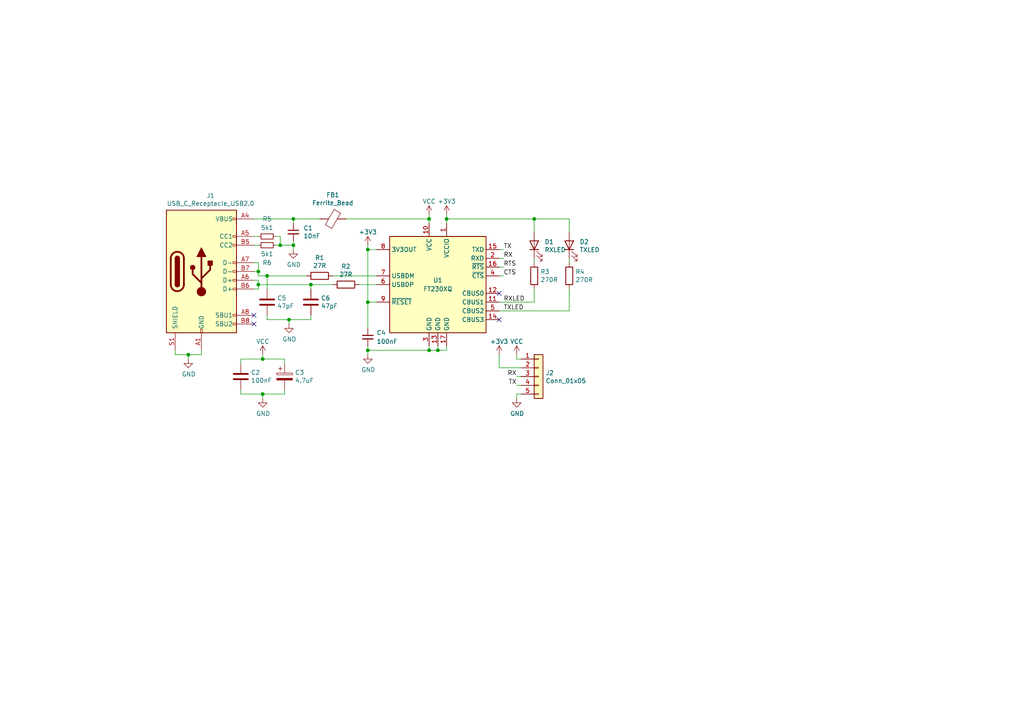
<source format=kicad_sch>
(kicad_sch (version 20230121) (generator eeschema)
  (paper "A4")
  (lib_symbols
    (symbol "Connector_Generic:Conn_01x05" (pin_names (offset 1.016) hide)
      (property "Reference" "J" (at 0 7.62 0))
      (property "Value" "Conn_01x05" (at 0 -7.62 0))
      (symbol "Conn_01x05_1_1"
        (rectangle (start -1.27 -4.953) (end 0 -5.207) (stroke (width 0.1524)))
        (rectangle (start -1.27 -2.413) (end 0 -2.667) (stroke (width 0.1524)))
        (rectangle (start -1.27 0.127) (end 0 -0.127) (stroke (width 0.1524)))
        (rectangle (start -1.27 2.667) (end 0 2.413) (stroke (width 0.1524)))
        (rectangle (start -1.27 5.207) (end 0 4.953) (stroke (width 0.1524)))
        (rectangle (start -1.27 6.35) (end 1.27 -6.35) (stroke (width 0.254)) (fill (type background)))
        (pin passive line (at -5.08 5.08 0) (length 3.81) (name "Pin_1") (number "1"))
        (pin passive line (at -5.08 2.54 0) (length 3.81) (name "Pin_2") (number "2"))
        (pin passive line (at -5.08 0 0) (length 3.81) (name "Pin_3") (number "3"))
        (pin passive line (at -5.08 -2.54 0) (length 3.81) (name "Pin_4") (number "4"))
        (pin passive line (at -5.08 -5.08 0) (length 3.81) (name "Pin_5") (number "5"))
      )
    )
    (symbol "Device:C" (pin_numbers hide) (pin_names (offset 0.254))
      (property "Reference" "C" (at 0.635 2.54 0))
      (property "Value" "C" (at 0.635 -2.54 0))
      (symbol "C_0_1"
        (polyline (pts (xy -2.032 -0.762) (xy 2.032 -0.762)) (stroke (width 0.508)))
        (polyline (pts (xy -2.032 0.762) (xy 2.032 0.762)) (stroke (width 0.508)))
      )
      (symbol "C_1_1"
        (pin passive line (at 0 3.81 270) (length 2.794) (name "~") (number "1"))
        (pin passive line (at 0 -3.81 90) (length 2.794) (name "~") (number "2"))
      )
    )
    (symbol "Device:C_Small" (pin_numbers hide) (pin_names (offset 0.254) hide)
      (property "Reference" "C" (at 0.254 1.778 0))
      (property "Value" "C_Small" (at 0.254 -2.032 0))
      (symbol "C_Small_0_1"
        (polyline (pts (xy -1.524 -0.508) (xy 1.524 -0.508)) (stroke (width 0.3302)))
        (polyline (pts (xy -1.524 0.508) (xy 1.524 0.508)) (stroke (width 0.3048)))
      )
      (symbol "C_Small_1_1"
        (pin passive line (at 0 2.54 270) (length 2.032) (name "~") (number "1"))
        (pin passive line (at 0 -2.54 90) (length 2.032) (name "~") (number "2"))
      )
    )
    (symbol "Device:LED" (pin_numbers hide) (pin_names (offset 1.016) hide)
      (property "Reference" "D" (at 0 2.54 0))
      (property "Value" "LED" (at 0 -2.54 0))
      (symbol "LED_0_1"
        (polyline (pts (xy -1.27 -1.27) (xy -1.27 1.27)) (stroke (width 0.254)))
        (polyline (pts (xy -1.27 0) (xy 1.27 0)))
        (polyline (pts (xy 1.27 -1.27) (xy 1.27 1.27) (xy -1.27 0) (xy 1.27 -1.27)) (stroke (width 0.254)))
        (polyline (pts (xy -3.048 -0.762) (xy -4.572 -2.286) (xy -3.81 -2.286) (xy -4.572 -2.286) (xy -4.572 -1.524)))
        (polyline (pts (xy -1.778 -0.762) (xy -3.302 -2.286) (xy -2.54 -2.286) (xy -3.302 -2.286) (xy -3.302 -1.524)))
      )
      (symbol "LED_1_1"
        (pin passive line (at -3.81 0 0) (length 2.54) (name "K") (number "1"))
        (pin passive line (at 3.81 0 180) (length 2.54) (name "A") (number "2"))
      )
    )
    (symbol "Device:R" (pin_numbers hide) (pin_names (offset 0))
      (property "Reference" "R" (at 2.032 0 90))
      (property "Value" "R" (at 0 0 90))
      (symbol "R_0_1"
        (rectangle (start -1.016 -2.54) (end 1.016 2.54) (stroke (width 0.254)))
      )
      (symbol "R_1_1"
        (pin passive line (at 0 3.81 270) (length 1.27) (name "~") (number "1"))
        (pin passive line (at 0 -3.81 90) (length 1.27) (name "~") (number "2"))
      )
    )
    (symbol "Device:R_Small" (pin_numbers hide) (pin_names (offset 0.254) hide)
      (property "Reference" "R" (at 0.762 0.508 0))
      (property "Value" "R_Small" (at 0.762 -1.016 0))
      (symbol "R_Small_0_1"
        (rectangle (start -0.762 1.778) (end 0.762 -1.778) (stroke (width 0.2032)))
      )
      (symbol "R_Small_1_1"
        (pin passive line (at 0 2.54 270) (length 0.762) (name "~") (number "1"))
        (pin passive line (at 0 -2.54 90) (length 0.762) (name "~") (number "2"))
      )
    )
    (symbol "Interface_USB:FT230XQ"
      (property "Reference" "U" (at -13.97 15.24 0))
      (property "Value" "FT230XQ" (at 7.62 15.24 0))
      (symbol "FT230XQ_0_1"
        (rectangle (start -13.97 13.97) (end 13.97 -13.97) (stroke (width 0.254)) (fill (type background)))
      )
      (symbol "FT230XQ_1_1"
        (pin power_in line (at 2.54 17.78 270) (length 3.81) (name "VCCIO") (number "1"))
        (pin power_in line (at -2.54 17.78 270) (length 3.81) (name "VCC") (number "10"))
        (pin bidirectional line (at 17.78 -5.08 180) (length 3.81) (name "CBUS1") (number "11"))
        (pin bidirectional line (at 17.78 -2.54 180) (length 3.81) (name "CBUS0") (number "12"))
        (pin power_in line (at 0 -17.78 90) (length 3.81) (name "GND") (number "13"))
        (pin bidirectional line (at 17.78 -10.16 180) (length 3.81) (name "CBUS3") (number "14"))
        (pin output line (at 17.78 10.16 180) (length 3.81) (name "TXD") (number "15"))
        (pin output line (at 17.78 5.08 180) (length 3.81) (name "~{RTS}") (number "16"))
        (pin power_in line (at 2.54 -17.78 90) (length 3.81) (name "GND") (number "17"))
        (pin input line (at 17.78 7.62 180) (length 3.81) (name "RXD") (number "2"))
        (pin power_in line (at -2.54 -17.78 90) (length 3.81) (name "GND") (number "3"))
        (pin input line (at 17.78 2.54 180) (length 3.81) (name "~{CTS}") (number "4"))
        (pin bidirectional line (at 17.78 -7.62 180) (length 3.81) (name "CBUS2") (number "5"))
        (pin bidirectional line (at -17.78 0 0) (length 3.81) (name "USBDP") (number "6"))
        (pin bidirectional line (at -17.78 2.54 0) (length 3.81) (name "USBDM") (number "7"))
        (pin power_out line (at -17.78 10.16 0) (length 3.81) (name "3V3OUT") (number "8"))
        (pin input line (at -17.78 -5.08 0) (length 3.81) (name "~{RESET}") (number "9"))
      )
    )
    (symbol "darling-rescue:CP-Device" (pin_numbers hide) (pin_names (offset 0.254))
      (property "Reference" "C" (at 0.635 2.54 0))
      (property "Value" "Device_CP" (at 0.635 -2.54 0))
      (symbol "CP-Device_0_1"
        (rectangle (start -2.286 0.508) (end 2.286 1.016))
        (polyline (pts (xy -1.778 2.286) (xy -0.762 2.286)))
        (polyline (pts (xy -1.27 2.794) (xy -1.27 1.778)))
        (rectangle (start 2.286 -0.508) (end -2.286 -1.016) (fill (type outline)))
      )
      (symbol "CP-Device_1_1"
        (pin passive line (at 0 3.81 270) (length 2.794) (name "~") (number "1"))
        (pin passive line (at 0 -3.81 90) (length 2.794) (name "~") (number "2"))
      )
    )
    (symbol "darling-rescue:Ferrite_Bead-Device" (pin_numbers hide) (pin_names (offset 0))
      (property "Reference" "FB" (at -3.81 0.635 90))
      (property "Value" "Device_Ferrite_Bead" (at 3.81 0 90))
      (symbol "Ferrite_Bead-Device_0_1"
        (polyline (pts (xy 0 -1.27) (xy 0 -1.2192)))
        (polyline (pts (xy 0 1.27) (xy 0 1.2954)))
        (polyline (pts (xy -2.7686 0.4064) (xy -1.7018 2.2606) (xy 2.7686 -0.3048) (xy 1.6764 -2.159) (xy -2.7686 0.4064)))
      )
      (symbol "Ferrite_Bead-Device_1_1"
        (pin passive line (at 0 3.81 270) (length 2.54) (name "~") (number "1"))
        (pin passive line (at 0 -3.81 90) (length 2.54) (name "~") (number "2"))
      )
    )
    (symbol "darling-rescue:USB_C_Receptacle_USB2.0-Connector" (pin_names (offset 1.016))
      (property "Reference" "J" (at -10.16 19.05 0))
      (property "Value" "Connector_USB_C_Receptacle_USB2.0" (at 19.05 19.05 0))
      (symbol "USB_C_Receptacle_USB2.0-Connector_0_0"
        (rectangle (start -0.254 -17.78) (end 0.254 -16.764))
        (rectangle (start 10.16 -14.986) (end 9.144 -15.494))
        (rectangle (start 10.16 -12.446) (end 9.144 -12.954))
        (rectangle (start 10.16 -4.826) (end 9.144 -5.334))
        (rectangle (start 10.16 -2.286) (end 9.144 -2.794))
        (rectangle (start 10.16 0.254) (end 9.144 -0.254))
        (rectangle (start 10.16 2.794) (end 9.144 2.286))
        (rectangle (start 10.16 7.874) (end 9.144 7.366))
        (rectangle (start 10.16 10.414) (end 9.144 9.906))
        (rectangle (start 10.16 15.494) (end 9.144 14.986))
      )
      (symbol "USB_C_Receptacle_USB2.0-Connector_0_1"
        (rectangle (start -10.16 17.78) (end 10.16 -17.78) (stroke (width 0.254)) (fill (type background)))
        (arc (start -8.89 -3.81) (mid -6.985 -5.7067) (end -5.08 -3.81) (stroke (width 0.508)))
        (arc (start -7.62 -3.81) (mid -6.985 -4.4423) (end -6.35 -3.81) (stroke (width 0.254)))
        (arc (start -7.62 -3.81) (mid -6.985 -4.4423) (end -6.35 -3.81) (stroke (width 0.254)) (fill (type outline)))
        (rectangle (start -7.62 -3.81) (end -6.35 3.81) (stroke (width 0.254)) (fill (type outline)))
        (arc (start -6.35 3.81) (mid -6.985 4.4423) (end -7.62 3.81) (stroke (width 0.254)))
        (arc (start -6.35 3.81) (mid -6.985 4.4423) (end -7.62 3.81) (stroke (width 0.254)) (fill (type outline)))
        (arc (start -5.08 3.81) (mid -6.985 5.7067) (end -8.89 3.81) (stroke (width 0.508)))
        (circle (center -2.54 1.143) (radius 0.635) (stroke (width 0.254)) (fill (type outline)))
        (circle (center 0 -5.842) (radius 1.27) (fill (type outline)))
        (polyline (pts (xy -8.89 -3.81) (xy -8.89 3.81)) (stroke (width 0.508)))
        (polyline (pts (xy -5.08 3.81) (xy -5.08 -3.81)) (stroke (width 0.508)))
        (polyline (pts (xy 0 -5.842) (xy 0 4.318)) (stroke (width 0.508)))
        (polyline (pts (xy 0 -3.302) (xy -2.54 -0.762) (xy -2.54 0.508)) (stroke (width 0.508)))
        (polyline (pts (xy 0 -2.032) (xy 2.54 0.508) (xy 2.54 1.778)) (stroke (width 0.508)))
        (polyline (pts (xy -1.27 4.318) (xy 0 6.858) (xy 1.27 4.318) (xy -1.27 4.318)) (stroke (width 0.254)) (fill (type outline)))
        (rectangle (start 1.905 1.778) (end 3.175 3.048) (stroke (width 0.254)) (fill (type outline)))
      )
      (symbol "USB_C_Receptacle_USB2.0-Connector_1_1"
        (pin power_in line (at 0 -22.86 90) (length 5.08) (name "GND") (number "A1"))
        (pin passive line (at 0 -22.86 90) (length 5.08) hide (name "GND") (number "A12"))
        (pin power_in line (at 15.24 15.24 180) (length 5.08) (name "VBUS") (number "A4"))
        (pin bidirectional line (at 15.24 10.16 180) (length 5.08) (name "CC1") (number "A5"))
        (pin bidirectional line (at 15.24 -2.54 180) (length 5.08) (name "D+") (number "A6"))
        (pin bidirectional line (at 15.24 2.54 180) (length 5.08) (name "D-") (number "A7"))
        (pin bidirectional line (at 15.24 -12.7 180) (length 5.08) (name "SBU1") (number "A8"))
        (pin passive line (at 15.24 15.24 180) (length 5.08) hide (name "VBUS") (number "A9"))
        (pin passive line (at 0 -22.86 90) (length 5.08) hide (name "GND") (number "B1"))
        (pin passive line (at 0 -22.86 90) (length 5.08) hide (name "GND") (number "B12"))
        (pin passive line (at 15.24 15.24 180) (length 5.08) hide (name "VBUS") (number "B4"))
        (pin bidirectional line (at 15.24 7.62 180) (length 5.08) (name "CC2") (number "B5"))
        (pin bidirectional line (at 15.24 -5.08 180) (length 5.08) (name "D+") (number "B6"))
        (pin bidirectional line (at 15.24 0 180) (length 5.08) (name "D-") (number "B7"))
        (pin bidirectional line (at 15.24 -15.24 180) (length 5.08) (name "SBU2") (number "B8"))
        (pin passive line (at 15.24 15.24 180) (length 5.08) hide (name "VBUS") (number "B9"))
        (pin passive line (at -7.62 -22.86 90) (length 5.08) (name "SHIELD") (number "S1"))
      )
    )
    (symbol "power:+3V3" (power) (pin_names (offset 0))
      (property "Value" "+3V3" (at 0 3.556 0))
      (symbol "+3V3_0_1"
        (polyline (pts (xy -0.762 1.27) (xy 0 2.54)))
        (polyline (pts (xy 0 0) (xy 0 2.54)))
        (polyline (pts (xy 0 2.54) (xy 0.762 1.27)))
      )
      (symbol "+3V3_1_1"
        (pin power_in line (at 0 0 90) (length 0) hide (name "+3V3") (number "1"))
      )
    )
    (symbol "power:GND" (power) (pin_names (offset 0))
      (property "Value" "GND" (at 0 -3.81 0))
      (symbol "GND_0_1"
        (polyline (pts (xy 0 0) (xy 0 -1.27) (xy 1.27 -1.27) (xy 0 -2.54) (xy -1.27 -1.27) (xy 0 -1.27)))
      )
      (symbol "GND_1_1"
        (pin power_in line (at 0 0 270) (length 0) hide (name "GND") (number "1"))
      )
    )
    (symbol "power:VCC" (power) (pin_names (offset 0))
      (property "Value" "VCC" (at 0 3.81 0))
      (symbol "VCC_0_1"
        (polyline (pts (xy -0.762 1.27) (xy 0 2.54)))
        (polyline (pts (xy 0 0) (xy 0 2.54)))
        (polyline (pts (xy 0 2.54) (xy 0.762 1.27)))
      )
      (symbol "VCC_1_1"
        (pin power_in line (at 0 0 90) (length 0) hide (name "VCC") (number "1"))
      )
    )
  )
  (junction (at 74.93 82.55))
  (junction (at 106.68 72.39))
  (junction (at 77.47 80.01))
  (junction (at 74.93 78.74))
  (junction (at 76.2 104.14))
  (junction (at 54.61 102.87))
  (junction (at 85.09 63.5))
  (junction (at 124.46 63.5))
  (junction (at 85.09 71.12))
  (junction (at 81.28 71.12))
  (junction (at 124.46 101.6))
  (junction (at 129.54 63.5))
  (junction (at 90.17 82.55))
  (junction (at 76.2 114.3))
  (junction (at 127 101.6))
  (junction (at 154.94 63.5))
  (junction (at 83.82 92.71))
  (junction (at 106.68 87.63))
  (junction (at 106.68 101.6))
  (no_connect (at 73.66 93.98))
  (no_connect (at 144.78 92.71))
  (no_connect (at 144.78 85.09))
  (no_connect (at 73.66 91.44))
  (wire (pts (xy 129.54 64.77) (xy 129.54 63.5)))
  (wire (pts (xy 106.68 101.6) (xy 124.46 101.6)))
  (wire (pts (xy 74.93 81.28) (xy 74.93 82.55)))
  (wire (pts (xy 74.93 76.2) (xy 73.66 76.2)))
  (wire (pts (xy 144.78 77.47) (xy 146.05 77.47)))
  (wire (pts (xy 124.46 100.33) (xy 124.46 101.6)))
  (wire (pts (xy 154.94 87.63) (xy 154.94 83.82)))
  (wire (pts (xy 54.61 104.14) (xy 54.61 102.87)))
  (wire (pts (xy 74.93 82.55) (xy 74.93 83.82)))
  (wire (pts (xy 81.28 71.12) (xy 85.09 71.12)))
  (wire (pts (xy 80.01 68.58) (xy 81.28 68.58)))
  (wire (pts (xy 96.52 80.01) (xy 109.22 80.01)))
  (wire (pts (xy 165.1 90.17) (xy 165.1 83.82)))
  (wire (pts (xy 154.94 67.31) (xy 154.94 63.5)))
  (wire (pts (xy 85.09 69.85) (xy 85.09 71.12)))
  (wire (pts (xy 149.86 104.14) (xy 151.13 104.14)))
  (wire (pts (xy 73.66 81.28) (xy 74.93 81.28)))
  (wire (pts (xy 76.2 115.57) (xy 76.2 114.3)))
  (wire (pts (xy 124.46 101.6) (xy 127 101.6)))
  (wire (pts (xy 151.13 109.22) (xy 149.86 109.22)))
  (wire (pts (xy 74.93 83.82) (xy 73.66 83.82)))
  (wire (pts (xy 165.1 76.2) (xy 165.1 74.93)))
  (wire (pts (xy 73.66 68.58) (xy 74.93 68.58)))
  (wire (pts (xy 144.78 106.68) (xy 151.13 106.68)))
  (wire (pts (xy 129.54 101.6) (xy 129.54 100.33)))
  (wire (pts (xy 124.46 62.23) (xy 124.46 63.5)))
  (wire (pts (xy 74.93 78.74) (xy 74.93 76.2)))
  (wire (pts (xy 151.13 111.76) (xy 149.86 111.76)))
  (wire (pts (xy 50.8 102.87) (xy 54.61 102.87)))
  (wire (pts (xy 83.82 93.98) (xy 83.82 92.71)))
  (wire (pts (xy 149.86 102.87) (xy 149.86 104.14)))
  (wire (pts (xy 106.68 102.87) (xy 106.68 101.6)))
  (wire (pts (xy 85.09 63.5) (xy 85.09 64.77)))
  (wire (pts (xy 76.2 102.87) (xy 76.2 104.14)))
  (wire (pts (xy 144.78 102.87) (xy 144.78 106.68)))
  (wire (pts (xy 76.2 104.14) (xy 69.85 104.14)))
  (wire (pts (xy 144.78 80.01) (xy 146.05 80.01)))
  (wire (pts (xy 154.94 76.2) (xy 154.94 74.93)))
  (wire (pts (xy 82.55 104.14) (xy 82.55 105.41)))
  (wire (pts (xy 149.86 114.3) (xy 149.86 115.57)))
  (wire (pts (xy 69.85 113.03) (xy 69.85 114.3)))
  (wire (pts (xy 100.33 63.5) (xy 124.46 63.5)))
  (wire (pts (xy 77.47 83.82) (xy 77.47 80.01)))
  (wire (pts (xy 127 101.6) (xy 127 100.33)))
  (wire (pts (xy 154.94 63.5) (xy 165.1 63.5)))
  (wire (pts (xy 165.1 63.5) (xy 165.1 67.31)))
  (wire (pts (xy 106.68 71.12) (xy 106.68 72.39)))
  (wire (pts (xy 76.2 104.14) (xy 82.55 104.14)))
  (wire (pts (xy 127 101.6) (xy 129.54 101.6)))
  (wire (pts (xy 129.54 63.5) (xy 154.94 63.5)))
  (wire (pts (xy 109.22 82.55) (xy 104.14 82.55)))
  (wire (pts (xy 106.68 100.33) (xy 106.68 101.6)))
  (wire (pts (xy 129.54 62.23) (xy 129.54 63.5)))
  (wire (pts (xy 144.78 87.63) (xy 154.94 87.63)))
  (wire (pts (xy 151.13 114.3) (xy 149.86 114.3)))
  (wire (pts (xy 77.47 92.71) (xy 83.82 92.71)))
  (wire (pts (xy 82.55 114.3) (xy 82.55 113.03)))
  (wire (pts (xy 144.78 90.17) (xy 165.1 90.17)))
  (wire (pts (xy 90.17 92.71) (xy 90.17 91.44)))
  (wire (pts (xy 74.93 80.01) (xy 77.47 80.01)))
  (wire (pts (xy 76.2 114.3) (xy 69.85 114.3)))
  (wire (pts (xy 54.61 102.87) (xy 58.42 102.87)))
  (wire (pts (xy 73.66 78.74) (xy 74.93 78.74)))
  (wire (pts (xy 76.2 114.3) (xy 82.55 114.3)))
  (wire (pts (xy 106.68 87.63) (xy 109.22 87.63)))
  (wire (pts (xy 85.09 71.12) (xy 85.09 72.39)))
  (wire (pts (xy 58.42 102.87) (xy 58.42 101.6)))
  (wire (pts (xy 106.68 87.63) (xy 106.68 95.25)))
  (wire (pts (xy 85.09 63.5) (xy 92.71 63.5)))
  (wire (pts (xy 106.68 87.63) (xy 106.68 72.39)))
  (wire (pts (xy 74.93 82.55) (xy 90.17 82.55)))
  (wire (pts (xy 90.17 82.55) (xy 90.17 83.82)))
  (wire (pts (xy 80.01 71.12) (xy 81.28 71.12)))
  (wire (pts (xy 73.66 71.12) (xy 74.93 71.12)))
  (wire (pts (xy 77.47 80.01) (xy 88.9 80.01)))
  (wire (pts (xy 90.17 82.55) (xy 96.52 82.55)))
  (wire (pts (xy 144.78 72.39) (xy 146.05 72.39)))
  (wire (pts (xy 144.78 74.93) (xy 146.05 74.93)))
  (wire (pts (xy 69.85 105.41) (xy 69.85 104.14)))
  (wire (pts (xy 77.47 92.71) (xy 77.47 91.44)))
  (wire (pts (xy 81.28 68.58) (xy 81.28 71.12)))
  (wire (pts (xy 73.66 63.5) (xy 85.09 63.5)))
  (wire (pts (xy 83.82 92.71) (xy 90.17 92.71)))
  (wire (pts (xy 50.8 101.6) (xy 50.8 102.87)))
  (wire (pts (xy 124.46 64.77) (xy 124.46 63.5)))
  (wire (pts (xy 74.93 80.01) (xy 74.93 78.74)))
  (wire (pts (xy 106.68 72.39) (xy 109.22 72.39)))
  (label "RTS" (at 146.05 77.47 0))
  (label "TX" (at 149.86 111.76 180))
  (label "RX" (at 146.05 74.93 0))
  (label "CTS" (at 146.05 80.01 0))
  (label "RX" (at 149.86 109.22 180))
  (label "RXLED" (at 146.05 87.63 0))
  (label "TX" (at 146.05 72.39 0))
  (label "TXLED" (at 146.05 90.17 0))
  (symbol (lib_id "Interface_USB:FT230XQ") (at 127 82.55 0) (unit 1)
    (property "Reference" "U1" (at 127 81.28 0))
    (property "Value" "FT230XQ" (at 127 83.82 0))
    (property "Footprint" "Package_DFN_QFN:QFN-16-1EP_4x4mm_P0.65mm_EP2.5x2.5mm" (effects hide))
    (property "Datasheet" "http://www.ftdichip.com/Products/ICs/FT230X.html" (effects hide))
  )
  (symbol (lib_id "power:GND") (at 106.68 102.87 0) (unit 1)
    (property "Reference" "#PWR0101" (effects hide))
    (property "Value" "GND" (at 106.807 107.2642 0))
  )
  (symbol (lib_id "Device:C_Small") (at 106.68 97.79 0) (unit 1)
    (property "Reference" "C4" (at 109.22 96.52 0) (effects (justify left)))
    (property "Value" "100nF" (at 109.22 99.06 0) (effects (justify left)))
    (property "Footprint" "Capacitor_SMD:C_0402_1005Metric" (effects hide))
  )
  (symbol (lib_id "Device:C") (at 69.85 109.22 0) (unit 1)
    (property "Reference" "C2" (at 72.771 108.0516 0) (effects (justify left)))
    (property "Value" "100nF" (at 72.771 110.363 0) (effects (justify left)))
    (property "Footprint" "Capacitor_SMD:C_0402_1005Metric" (effects hide))
  )
  (symbol (lib_id "darling-rescue:CP-Device") (at 82.55 109.22 0) (unit 1)
    (property "Reference" "C3" (at 85.5472 108.0516 0) (effects (justify left)))
    (property "Value" "4.7uF" (at 85.5472 110.363 0) (effects (justify left)))
    (property "Footprint" "Capacitor_SMD:C_0402_1005Metric" (effects hide))
  )
  (symbol (lib_id "power:GND") (at 76.2 115.57 0) (unit 1)
    (property "Reference" "#PWR0103" (effects hide))
    (property "Value" "GND" (at 76.327 119.9642 0))
  )
  (symbol (lib_id "darling-rescue:USB_C_Receptacle_USB2.0-Connector") (at 58.42 78.74 0) (unit 1)
    (property "Reference" "J1" (at 61.087 56.7182 0))
    (property "Value" "USB_C_Receptacle_USB2.0" (at 61.087 59.0296 0))
    (property "Footprint" "HIROSE_CX70M-24P1:CX70M-24P1" (effects hide))
    (property "Datasheet" "https://www.usb.org/sites/default/files/documents/usb_type-c.zip" (effects hide))
  )
  (symbol (lib_id "power:GND") (at 54.61 104.14 0) (unit 1)
    (property "Reference" "#PWR0104" (effects hide))
    (property "Value" "GND" (at 54.737 108.5342 0))
  )
  (symbol (lib_id "darling-rescue:Ferrite_Bead-Device") (at 96.52 63.5 270) (unit 1)
    (property "Reference" "FB1" (at 96.52 56.5404 90))
    (property "Value" "Ferrite_Bead" (at 96.52 58.8518 90))
    (property "Footprint" "Inductor_SMD:L_0805_2012Metric_Pad1.15x1.40mm_HandSolder" (effects hide))
  )
  (symbol (lib_id "Device:R") (at 100.33 82.55 90) (unit 1)
    (property "Reference" "R2" (at 100.33 77.2922 90))
    (property "Value" "27R" (at 100.33 79.6036 90))
    (property "Footprint" "Resistor_SMD:R_0402_1005Metric" (effects hide))
  )
  (symbol (lib_id "Device:R") (at 92.71 80.01 270) (unit 1)
    (property "Reference" "R1" (at 92.71 74.7522 90))
    (property "Value" "27R" (at 92.71 77.0636 90))
    (property "Footprint" "Resistor_SMD:R_0402_1005Metric" (effects hide))
  )
  (symbol (lib_id "Device:C") (at 90.17 87.63 0) (unit 1)
    (property "Reference" "C6" (at 93.091 86.4616 0) (effects (justify left)))
    (property "Value" "47pF" (at 93.091 88.773 0) (effects (justify left)))
    (property "Footprint" "Capacitor_SMD:C_0402_1005Metric" (effects hide))
  )
  (symbol (lib_id "Device:C") (at 77.47 87.63 0) (unit 1)
    (property "Reference" "C5" (at 80.391 86.4616 0) (effects (justify left)))
    (property "Value" "47pF" (at 80.391 88.773 0) (effects (justify left)))
    (property "Footprint" "Capacitor_SMD:C_0402_1005Metric" (effects hide))
  )
  (symbol (lib_id "power:GND") (at 83.82 93.98 0) (unit 1)
    (property "Reference" "#PWR0106" (effects hide))
    (property "Value" "GND" (at 83.947 98.3742 0))
  )
  (symbol (lib_id "Device:LED") (at 154.94 71.12 90) (unit 1)
    (property "Reference" "D1" (at 157.9372 70.1548 90) (effects (justify right)))
    (property "Value" "RXLED" (at 157.9372 72.4662 90) (effects (justify right)))
    (property "Footprint" "LED_SMD:LED_0603_1608Metric_Pad1.05x0.95mm_HandSolder" (effects hide))
  )
  (symbol (lib_id "Device:LED") (at 165.1 71.12 90) (unit 1)
    (property "Reference" "D2" (at 168.0972 70.1548 90) (effects (justify right)))
    (property "Value" "TXLED" (at 168.0972 72.4662 90) (effects (justify right)))
    (property "Footprint" "LED_SMD:LED_0603_1608Metric_Pad1.05x0.95mm_HandSolder" (effects hide))
  )
  (symbol (lib_id "Device:R") (at 154.94 80.01 0) (unit 1)
    (property "Reference" "R3" (at 156.718 78.8416 0) (effects (justify left)))
    (property "Value" "270R" (at 156.718 81.153 0) (effects (justify left)))
    (property "Footprint" "Resistor_SMD:R_0402_1005Metric" (effects hide))
  )
  (symbol (lib_id "Device:R") (at 165.1 80.01 0) (unit 1)
    (property "Reference" "R4" (at 166.878 78.8416 0) (effects (justify left)))
    (property "Value" "270R" (at 166.878 81.153 0) (effects (justify left)))
    (property "Footprint" "Resistor_SMD:R_0402_1005Metric" (effects hide))
  )
  (symbol (lib_id "Connector_Generic:Conn_01x05") (at 156.21 109.22 0) (unit 1)
    (property "Reference" "J2" (at 158.242 108.1532 0) (effects (justify left)))
    (property "Value" "Conn_01x05" (at 158.242 110.4646 0) (effects (justify left)))
    (property "Footprint" "Connector_PinHeader_2.54mm:PinHeader_1x05_P2.54mm_Horizontal" (effects hide))
  )
  (symbol (lib_id "power:GND") (at 149.86 115.57 0) (unit 1)
    (property "Reference" "#PWR0107" (effects hide))
    (property "Value" "GND" (at 149.987 119.9642 0))
  )
  (symbol (lib_id "power:+3V3") (at 106.68 71.12 0) (unit 1)
    (property "Reference" "#PWR04" (effects hide))
    (property "Value" "+3V3" (at 106.68 67.31 0))
  )
  (symbol (lib_id "Device:R_Small") (at 77.47 68.58 90) (unit 1)
    (property "Reference" "R5" (at 77.47 63.5 90))
    (property "Value" "5k1" (at 77.47 66.04 90))
    (property "Footprint" "Resistor_SMD:R_0402_1005Metric" (effects hide))
  )
  (symbol (lib_id "Device:C_Small") (at 85.09 67.31 0) (unit 1)
    (property "Reference" "C1" (at 88.011 66.1416 0) (effects (justify left)))
    (property "Value" "10nF" (at 88.011 68.453 0) (effects (justify left)))
    (property "Footprint" "Capacitor_SMD:C_0402_1005Metric" (effects hide))
  )
  (symbol (lib_id "power:+3V3") (at 129.54 62.23 0) (unit 1)
    (property "Reference" "#PWR03" (effects hide))
    (property "Value" "+3V3" (at 129.54 58.42 0))
  )
  (symbol (lib_id "power:VCC") (at 124.46 62.23 0) (unit 1)
    (property "Reference" "#PWR05" (effects hide))
    (property "Value" "VCC" (at 124.46 58.42 0))
  )
  (symbol (lib_id "power:VCC") (at 76.2 102.87 0) (unit 1)
    (property "Reference" "#PWR02" (effects hide))
    (property "Value" "VCC" (at 76.2 99.06 0))
  )
  (symbol (lib_id "power:VCC") (at 149.86 102.87 0) (unit 1)
    (property "Reference" "#PWR01" (effects hide))
    (property "Value" "VCC" (at 149.86 99.06 0))
  )
  (symbol (lib_id "power:GND") (at 85.09 72.39 0) (unit 1)
    (property "Reference" "#PWR07" (effects hide))
    (property "Value" "GND" (at 85.217 76.7842 0))
  )
  (symbol (lib_id "power:+3V3") (at 144.78 102.87 0) (unit 1)
    (property "Reference" "#PWR06" (effects hide))
    (property "Value" "+3V3" (at 144.78 99.06 0))
  )
  (symbol (lib_id "Device:R_Small") (at 77.47 71.12 270) (unit 1)
    (property "Reference" "R6" (at 77.47 76.2 90))
    (property "Value" "5k1" (at 77.47 73.66 90))
    (property "Footprint" "Resistor_SMD:R_0402_1005Metric" (effects hide))
  )
)
</source>
